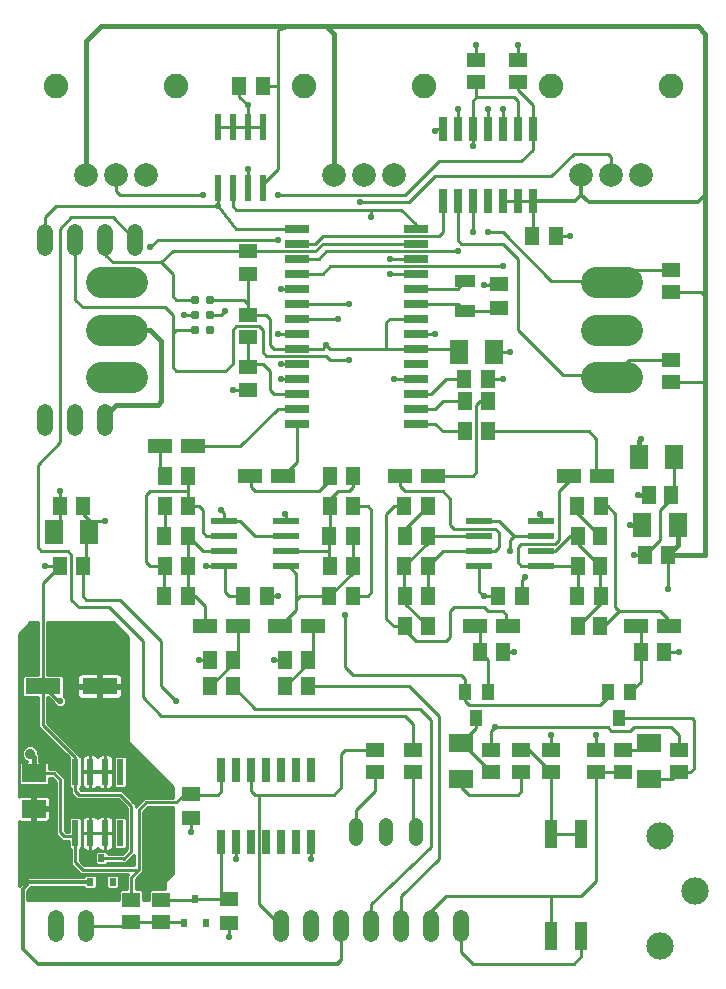
<source format=gtl>
G75*
%MOIN*%
%OFA0B0*%
%FSLAX25Y25*%
%IPPOS*%
%LPD*%
%AMOC8*
5,1,8,0,0,1.08239X$1,22.5*
%
%ADD10R,0.08000X0.02600*%
%ADD11R,0.05906X0.05118*%
%ADD12R,0.05118X0.06299*%
%ADD13R,0.06299X0.05118*%
%ADD14R,0.08661X0.02362*%
%ADD15R,0.05118X0.05906*%
%ADD16R,0.11811X0.05512*%
%ADD17C,0.10270*%
%ADD18C,0.09100*%
%ADD19R,0.05906X0.07874*%
%ADD20R,0.07874X0.05906*%
%ADD21R,0.07874X0.04724*%
%ADD22R,0.03937X0.05512*%
%ADD23R,0.02362X0.02756*%
%ADD24C,0.05400*%
%ADD25C,0.07874*%
%ADD26C,0.08189*%
%ADD27R,0.02362X0.08661*%
%ADD28C,0.03100*%
%ADD29R,0.07087X0.03937*%
%ADD30R,0.02600X0.08000*%
%ADD31R,0.04449X0.09606*%
%ADD32C,0.04600*%
%ADD33C,0.01000*%
%ADD34C,0.02181*%
%ADD35C,0.01600*%
%ADD36C,0.03543*%
%ADD37C,0.01200*%
D10*
X0098968Y0183500D03*
X0098968Y0188500D03*
X0098968Y0193500D03*
X0098968Y0198500D03*
X0098968Y0203500D03*
X0098968Y0208500D03*
X0098968Y0213500D03*
X0098968Y0218500D03*
X0098968Y0223500D03*
X0098968Y0228500D03*
X0098968Y0233500D03*
X0098968Y0238500D03*
X0098968Y0243500D03*
X0098968Y0248500D03*
X0138568Y0248500D03*
X0138568Y0243500D03*
X0138568Y0238500D03*
X0138568Y0233500D03*
X0138568Y0228500D03*
X0138568Y0223500D03*
X0138568Y0218500D03*
X0138568Y0213500D03*
X0138568Y0208500D03*
X0138568Y0203500D03*
X0138568Y0198500D03*
X0138568Y0193500D03*
X0138568Y0188500D03*
X0138568Y0183500D03*
D11*
X0082518Y0212260D03*
X0082518Y0219740D03*
X0082518Y0233510D03*
X0082518Y0240990D03*
X0158768Y0297260D03*
X0158768Y0304740D03*
X0172518Y0304740D03*
X0172518Y0297260D03*
X0223768Y0234740D03*
X0223768Y0227260D03*
X0223768Y0204740D03*
X0223768Y0197260D03*
X0226268Y0074740D03*
X0226268Y0067260D03*
X0207518Y0067260D03*
X0207518Y0074740D03*
X0198768Y0074740D03*
X0198768Y0067260D03*
X0183768Y0067260D03*
X0183768Y0074740D03*
X0173768Y0074740D03*
X0173768Y0067260D03*
X0163768Y0067260D03*
X0163768Y0074740D03*
X0137518Y0074740D03*
X0137518Y0067260D03*
X0125018Y0067260D03*
X0125018Y0074740D03*
X0053768Y0024740D03*
X0053768Y0017260D03*
X0043768Y0017260D03*
X0043768Y0024740D03*
D12*
X0054831Y0126000D03*
X0062705Y0126000D03*
X0062705Y0146000D03*
X0054831Y0146000D03*
X0081081Y0126000D03*
X0088955Y0126000D03*
X0109831Y0126000D03*
X0117705Y0126000D03*
X0134831Y0136000D03*
X0142705Y0136000D03*
X0142705Y0156000D03*
X0134831Y0156000D03*
X0117705Y0146000D03*
X0109831Y0146000D03*
X0154831Y0198500D03*
X0162705Y0198500D03*
X0192331Y0156000D03*
X0200205Y0156000D03*
X0200205Y0126000D03*
X0192331Y0126000D03*
X0173955Y0126000D03*
X0166081Y0126000D03*
X0177331Y0246000D03*
X0185205Y0246000D03*
X0087705Y0296000D03*
X0079831Y0296000D03*
D13*
X0082518Y0202437D03*
X0082518Y0194563D03*
X0166268Y0222063D03*
X0166268Y0229937D03*
X0063768Y0059937D03*
X0063768Y0052063D03*
X0076268Y0024937D03*
X0076268Y0017063D03*
D14*
X0074781Y0136000D03*
X0074781Y0141000D03*
X0074781Y0146000D03*
X0074781Y0151000D03*
X0095254Y0151000D03*
X0095254Y0146000D03*
X0095254Y0141000D03*
X0095254Y0136000D03*
X0159781Y0136000D03*
X0159781Y0141000D03*
X0159781Y0146000D03*
X0159781Y0151000D03*
X0180254Y0151000D03*
X0180254Y0146000D03*
X0180254Y0141000D03*
X0180254Y0136000D03*
D15*
X0192528Y0136000D03*
X0200008Y0136000D03*
X0200008Y0146000D03*
X0192528Y0146000D03*
X0215028Y0139750D03*
X0222508Y0139750D03*
X0223758Y0159750D03*
X0216278Y0159750D03*
X0200008Y0116000D03*
X0192528Y0116000D03*
X0213778Y0107250D03*
X0221258Y0107250D03*
X0167508Y0107250D03*
X0160028Y0107250D03*
X0142508Y0116000D03*
X0135028Y0116000D03*
X0135028Y0126000D03*
X0142508Y0126000D03*
X0142508Y0146000D03*
X0135028Y0146000D03*
X0117508Y0136000D03*
X0110028Y0136000D03*
X0110028Y0156000D03*
X0117508Y0156000D03*
X0117508Y0166000D03*
X0110028Y0166000D03*
X0155028Y0181000D03*
X0162508Y0181000D03*
X0162508Y0191000D03*
X0155028Y0191000D03*
X0102508Y0104750D03*
X0095028Y0104750D03*
X0095028Y0096000D03*
X0102508Y0096000D03*
X0077508Y0096000D03*
X0070028Y0096000D03*
X0070028Y0104750D03*
X0077508Y0104750D03*
X0062508Y0136000D03*
X0055028Y0136000D03*
X0055028Y0156000D03*
X0062508Y0156000D03*
X0062508Y0166000D03*
X0055028Y0166000D03*
X0027508Y0156000D03*
X0020028Y0156000D03*
X0020028Y0136000D03*
X0027508Y0136000D03*
D16*
X0033217Y0096000D03*
X0014319Y0096000D03*
D17*
X0033633Y0198950D02*
X0043903Y0198950D01*
X0043903Y0214750D02*
X0033633Y0214750D01*
X0033633Y0230550D02*
X0043903Y0230550D01*
X0198633Y0230550D02*
X0208903Y0230550D01*
X0208903Y0214750D02*
X0198633Y0214750D01*
X0198633Y0198950D02*
X0208903Y0198950D01*
D18*
X0220018Y0046000D03*
X0231818Y0027750D03*
X0220018Y0009500D03*
D19*
X0225923Y0149750D03*
X0214112Y0149750D03*
X0212862Y0172250D03*
X0224673Y0172250D03*
X0164673Y0207250D03*
X0152862Y0207250D03*
X0029673Y0147250D03*
X0017862Y0147250D03*
D20*
X0011268Y0066906D03*
X0011268Y0055094D03*
X0153768Y0065094D03*
X0153768Y0076906D03*
X0216268Y0076906D03*
X0216268Y0065094D03*
D21*
X0212006Y0116000D03*
X0223030Y0116000D03*
X0200530Y0166000D03*
X0189506Y0166000D03*
X0169280Y0116000D03*
X0158256Y0116000D03*
X0144280Y0166000D03*
X0133256Y0166000D03*
X0094280Y0166000D03*
X0083256Y0166000D03*
X0064280Y0176000D03*
X0053256Y0176000D03*
X0068256Y0116000D03*
X0079280Y0116000D03*
X0093256Y0116000D03*
X0104280Y0116000D03*
D22*
X0155028Y0094081D03*
X0162508Y0094081D03*
X0158768Y0085419D03*
X0202528Y0094081D03*
X0210008Y0094081D03*
X0206268Y0085419D03*
D23*
X0068758Y0017063D03*
X0065018Y0024937D03*
X0061278Y0017063D03*
X0037508Y0030813D03*
X0033768Y0038687D03*
X0030028Y0030813D03*
D24*
X0028768Y0018700D02*
X0028768Y0013300D01*
X0018768Y0013300D02*
X0018768Y0018700D01*
X0093768Y0018700D02*
X0093768Y0013300D01*
X0103768Y0013300D02*
X0103768Y0018700D01*
X0113768Y0018700D02*
X0113768Y0013300D01*
X0123768Y0013300D02*
X0123768Y0018700D01*
X0133768Y0018700D02*
X0133768Y0013300D01*
X0143768Y0013300D02*
X0143768Y0018700D01*
X0153768Y0018700D02*
X0153768Y0013300D01*
X0035018Y0182050D02*
X0035018Y0187450D01*
X0025018Y0187450D02*
X0025018Y0182050D01*
X0015018Y0182050D02*
X0015018Y0187450D01*
X0015018Y0242050D02*
X0015018Y0247450D01*
X0025018Y0247450D02*
X0025018Y0242050D01*
X0035018Y0242050D02*
X0035018Y0247450D01*
X0045018Y0247450D02*
X0045018Y0242050D01*
D25*
X0048768Y0266500D03*
X0038768Y0266500D03*
X0028768Y0266500D03*
X0111268Y0266500D03*
X0121268Y0266500D03*
X0131268Y0266500D03*
X0193768Y0266500D03*
X0203768Y0266500D03*
X0213768Y0266500D03*
D26*
X0223768Y0296000D03*
X0183768Y0296000D03*
X0141268Y0296000D03*
X0101268Y0296000D03*
X0058768Y0296000D03*
X0018768Y0296000D03*
D27*
X0072518Y0282486D03*
X0077518Y0282486D03*
X0082518Y0282486D03*
X0087518Y0282486D03*
X0087518Y0262014D03*
X0082518Y0262014D03*
X0077518Y0262014D03*
X0072518Y0262014D03*
X0040018Y0067486D03*
X0035018Y0067486D03*
X0030018Y0067486D03*
X0025018Y0067486D03*
X0025018Y0047014D03*
X0030018Y0047014D03*
X0035018Y0047014D03*
X0040018Y0047014D03*
D28*
X0065018Y0214750D03*
X0070018Y0214750D03*
X0070018Y0219750D03*
X0070018Y0224750D03*
X0065018Y0224750D03*
X0065018Y0219750D03*
D29*
X0155018Y0221079D03*
X0155018Y0230921D03*
D30*
X0157518Y0257650D03*
X0162518Y0257650D03*
X0167518Y0257650D03*
X0172518Y0257650D03*
X0177518Y0257650D03*
X0177518Y0281850D03*
X0172518Y0281850D03*
X0167518Y0281850D03*
X0162518Y0281850D03*
X0157518Y0281850D03*
X0152518Y0281850D03*
X0147518Y0281850D03*
X0147518Y0257650D03*
X0152518Y0257650D03*
X0103768Y0068100D03*
X0098768Y0068100D03*
X0093768Y0068100D03*
X0088768Y0068100D03*
X0083768Y0068100D03*
X0078768Y0068100D03*
X0073768Y0068100D03*
X0073768Y0043900D03*
X0078768Y0043900D03*
X0083768Y0043900D03*
X0088768Y0043900D03*
X0093768Y0043900D03*
X0098768Y0043900D03*
X0103768Y0043900D03*
D31*
X0183768Y0046679D03*
X0193768Y0046679D03*
X0193768Y0012821D03*
X0183768Y0012821D03*
D32*
X0138768Y0044950D02*
X0138768Y0049550D01*
X0128768Y0049550D02*
X0128768Y0044950D01*
X0118768Y0044950D02*
X0118768Y0049550D01*
D33*
X0118768Y0047250D02*
X0118768Y0054750D01*
X0125018Y0061000D01*
X0125018Y0067260D01*
X0125018Y0074740D02*
X0115008Y0074740D01*
X0113768Y0073500D01*
X0113768Y0062250D01*
X0111268Y0059750D01*
X0086268Y0059750D01*
X0086268Y0023500D01*
X0093768Y0016000D01*
X0076268Y0017063D02*
X0076268Y0012250D01*
X0076268Y0024937D02*
X0065018Y0024937D01*
X0065018Y0024740D01*
X0053768Y0024740D01*
X0055018Y0028299D02*
X0050401Y0028299D01*
X0049815Y0027713D01*
X0049815Y0024750D01*
X0047720Y0024750D01*
X0047720Y0027713D01*
X0047135Y0028299D01*
X0045268Y0028299D01*
X0045268Y0031629D01*
X0046889Y0033250D01*
X0047768Y0034129D01*
X0047768Y0054129D01*
X0049389Y0055750D01*
X0057518Y0055750D01*
X0057518Y0033500D01*
X0055018Y0031000D01*
X0055018Y0028299D01*
X0055018Y0028958D02*
X0045268Y0028958D01*
X0045268Y0029957D02*
X0055018Y0029957D01*
X0055018Y0030955D02*
X0045268Y0030955D01*
X0045593Y0031954D02*
X0055972Y0031954D01*
X0056970Y0032952D02*
X0046591Y0032952D01*
X0047590Y0033951D02*
X0057518Y0033951D01*
X0057518Y0034949D02*
X0047768Y0034949D01*
X0047768Y0035948D02*
X0057518Y0035948D01*
X0057518Y0036946D02*
X0047768Y0036946D01*
X0047768Y0037945D02*
X0057518Y0037945D01*
X0057518Y0038943D02*
X0047768Y0038943D01*
X0047768Y0039942D02*
X0057518Y0039942D01*
X0057518Y0040940D02*
X0047768Y0040940D01*
X0047768Y0041939D02*
X0057518Y0041939D01*
X0057518Y0042937D02*
X0047768Y0042937D01*
X0047768Y0043936D02*
X0057518Y0043936D01*
X0057518Y0044934D02*
X0047768Y0044934D01*
X0047768Y0045933D02*
X0057518Y0045933D01*
X0057518Y0046932D02*
X0047768Y0046932D01*
X0047768Y0047930D02*
X0057518Y0047930D01*
X0057518Y0048929D02*
X0047768Y0048929D01*
X0047768Y0049927D02*
X0057518Y0049927D01*
X0057518Y0050926D02*
X0047768Y0050926D01*
X0047768Y0051924D02*
X0057518Y0051924D01*
X0057518Y0052923D02*
X0047768Y0052923D01*
X0047768Y0053921D02*
X0057518Y0053921D01*
X0057518Y0054920D02*
X0048559Y0054920D01*
X0046268Y0054750D02*
X0048768Y0057250D01*
X0058768Y0057250D01*
X0061268Y0059750D01*
X0063955Y0059750D01*
X0063768Y0059937D01*
X0063955Y0059750D02*
X0072518Y0059750D01*
X0073768Y0061000D01*
X0073768Y0068100D01*
X0083768Y0068100D02*
X0083768Y0061000D01*
X0085018Y0059750D01*
X0086268Y0059750D01*
X0078768Y0043900D02*
X0078768Y0038500D01*
X0073768Y0043900D02*
X0073768Y0027437D01*
X0076268Y0024937D01*
X0061278Y0017260D02*
X0061278Y0017063D01*
X0061278Y0017260D02*
X0053768Y0017260D01*
X0043768Y0017260D01*
X0042508Y0016000D01*
X0028768Y0016000D01*
X0028432Y0028435D02*
X0031623Y0028435D01*
X0032209Y0029021D01*
X0032209Y0032605D01*
X0031623Y0033191D01*
X0028432Y0033191D01*
X0027846Y0032605D01*
X0027846Y0032413D01*
X0009168Y0032413D01*
X0006855Y0030100D01*
X0006268Y0029513D01*
X0006268Y0051083D01*
X0006410Y0050941D01*
X0006752Y0050744D01*
X0007133Y0050642D01*
X0010768Y0050642D01*
X0010768Y0054594D01*
X0011768Y0054594D01*
X0011768Y0050642D01*
X0015402Y0050642D01*
X0015784Y0050744D01*
X0016126Y0050941D01*
X0016405Y0051221D01*
X0016602Y0051563D01*
X0016705Y0051944D01*
X0016705Y0054595D01*
X0011768Y0054595D01*
X0011768Y0055594D01*
X0016705Y0055594D01*
X0016705Y0058245D01*
X0016602Y0058626D01*
X0016405Y0058968D01*
X0016126Y0059248D01*
X0015784Y0059445D01*
X0015402Y0059547D01*
X0011768Y0059547D01*
X0011768Y0055595D01*
X0010768Y0055595D01*
X0010768Y0059547D01*
X0007133Y0059547D01*
X0006752Y0059445D01*
X0006410Y0059248D01*
X0006268Y0059106D01*
X0006268Y0113500D01*
X0010018Y0117250D01*
X0012819Y0117250D01*
X0012819Y0099756D01*
X0007999Y0099756D01*
X0007413Y0099170D01*
X0007413Y0092830D01*
X0007999Y0092244D01*
X0012819Y0092244D01*
X0012819Y0082327D01*
X0022876Y0072270D01*
X0022837Y0072231D01*
X0022837Y0062741D01*
X0023422Y0062156D01*
X0023518Y0062156D01*
X0023518Y0060379D01*
X0024768Y0059129D01*
X0025646Y0058250D01*
X0039396Y0058250D01*
X0042268Y0055379D01*
X0042268Y0041621D01*
X0040833Y0040187D01*
X0035949Y0040187D01*
X0035949Y0040479D01*
X0035363Y0041065D01*
X0032172Y0041065D01*
X0031587Y0040479D01*
X0031587Y0036895D01*
X0032172Y0036309D01*
X0035363Y0036309D01*
X0035949Y0036895D01*
X0035949Y0037187D01*
X0040459Y0037187D01*
X0040646Y0037000D01*
X0041889Y0037000D01*
X0042768Y0037879D01*
X0044768Y0039879D01*
X0044768Y0036250D01*
X0028139Y0036250D01*
X0026518Y0037871D01*
X0026518Y0041683D01*
X0026613Y0041683D01*
X0027199Y0042269D01*
X0027199Y0051759D01*
X0026613Y0052344D01*
X0023422Y0052344D01*
X0022837Y0051759D01*
X0022837Y0047500D01*
X0021889Y0047500D01*
X0021518Y0047871D01*
X0021518Y0065371D01*
X0020639Y0066250D01*
X0018484Y0068405D01*
X0016205Y0068405D01*
X0016205Y0070272D01*
X0015619Y0070858D01*
X0013068Y0070858D01*
X0013068Y0072996D01*
X0012789Y0073274D01*
X0012789Y0074051D01*
X0012367Y0075070D01*
X0011588Y0075850D01*
X0010569Y0076272D01*
X0009466Y0076272D01*
X0008448Y0075850D01*
X0007668Y0075070D01*
X0007246Y0074051D01*
X0007246Y0072949D01*
X0007668Y0071930D01*
X0008448Y0071150D01*
X0009153Y0070858D01*
X0006916Y0070858D01*
X0006331Y0070272D01*
X0006331Y0063539D01*
X0006916Y0062953D01*
X0015619Y0062953D01*
X0016205Y0063539D01*
X0016205Y0065406D01*
X0017241Y0065406D01*
X0018518Y0064129D01*
X0018518Y0046629D01*
X0019768Y0045379D01*
X0020646Y0044500D01*
X0022837Y0044500D01*
X0022837Y0042269D01*
X0023422Y0041683D01*
X0023518Y0041683D01*
X0023518Y0036629D01*
X0026018Y0034129D01*
X0026896Y0033250D01*
X0042646Y0033250D01*
X0042268Y0032871D01*
X0042268Y0028299D01*
X0040401Y0028299D01*
X0039815Y0027713D01*
X0039815Y0024750D01*
X0009118Y0024750D01*
X0009118Y0027837D01*
X0010493Y0029213D01*
X0027846Y0029213D01*
X0027846Y0029021D01*
X0028432Y0028435D01*
X0027909Y0028958D02*
X0010239Y0028958D01*
X0009240Y0027960D02*
X0040061Y0027960D01*
X0039815Y0026961D02*
X0009118Y0026961D01*
X0009118Y0025963D02*
X0039815Y0025963D01*
X0039815Y0024964D02*
X0009118Y0024964D01*
X0006712Y0029957D02*
X0006268Y0029957D01*
X0006268Y0030955D02*
X0007710Y0030955D01*
X0008709Y0031954D02*
X0006268Y0031954D01*
X0006268Y0032952D02*
X0028194Y0032952D01*
X0027518Y0034750D02*
X0046268Y0034750D01*
X0046268Y0054750D01*
X0045268Y0055871D02*
X0045268Y0056621D01*
X0044389Y0057500D01*
X0040639Y0061250D01*
X0026889Y0061250D01*
X0026518Y0061621D01*
X0026518Y0062156D01*
X0026613Y0062156D01*
X0027199Y0062741D01*
X0027199Y0072231D01*
X0026613Y0072817D01*
X0026518Y0072817D01*
X0026518Y0072871D01*
X0025639Y0073750D01*
X0015819Y0083570D01*
X0015819Y0092244D01*
X0015953Y0092244D01*
X0017927Y0090270D01*
X0017927Y0090134D01*
X0019152Y0088909D01*
X0020884Y0088909D01*
X0022108Y0090134D01*
X0022108Y0091866D01*
X0021184Y0092790D01*
X0021224Y0092830D01*
X0021224Y0099170D01*
X0020639Y0099756D01*
X0015819Y0099756D01*
X0015819Y0117250D01*
X0037518Y0117250D01*
X0042518Y0112250D01*
X0042518Y0077250D01*
X0057518Y0062250D01*
X0057518Y0058750D01*
X0048146Y0058750D01*
X0045646Y0056250D01*
X0045268Y0055871D01*
X0045268Y0055918D02*
X0045315Y0055918D01*
X0044972Y0056917D02*
X0046313Y0056917D01*
X0047312Y0057915D02*
X0043974Y0057915D01*
X0042975Y0058914D02*
X0057518Y0058914D01*
X0057518Y0059912D02*
X0041977Y0059912D01*
X0040978Y0060911D02*
X0057518Y0060911D01*
X0057518Y0061909D02*
X0037040Y0061909D01*
X0037120Y0061955D02*
X0037399Y0062234D01*
X0037597Y0062577D01*
X0037699Y0062958D01*
X0037699Y0067396D01*
X0035108Y0067396D01*
X0035108Y0067577D01*
X0034927Y0067577D01*
X0034927Y0073317D01*
X0033639Y0073317D01*
X0033258Y0073215D01*
X0032916Y0073017D01*
X0032636Y0072738D01*
X0032518Y0072532D01*
X0032399Y0072738D01*
X0032120Y0073017D01*
X0031778Y0073215D01*
X0031396Y0073317D01*
X0030108Y0073317D01*
X0030108Y0067577D01*
X0029927Y0067577D01*
X0029927Y0073317D01*
X0028639Y0073317D01*
X0028258Y0073215D01*
X0027916Y0073017D01*
X0027636Y0072738D01*
X0027439Y0072396D01*
X0027337Y0072014D01*
X0027337Y0067577D01*
X0029927Y0067577D01*
X0029927Y0067396D01*
X0027337Y0067396D01*
X0027337Y0062958D01*
X0027439Y0062577D01*
X0027636Y0062234D01*
X0027916Y0061955D01*
X0028258Y0061758D01*
X0028639Y0061656D01*
X0029927Y0061656D01*
X0029927Y0067396D01*
X0030108Y0067396D01*
X0030108Y0061656D01*
X0031396Y0061656D01*
X0031778Y0061758D01*
X0032120Y0061955D01*
X0032399Y0062234D01*
X0032518Y0062440D01*
X0032636Y0062234D01*
X0032916Y0061955D01*
X0033258Y0061758D01*
X0033639Y0061656D01*
X0034927Y0061656D01*
X0034927Y0067396D01*
X0032337Y0067396D01*
X0030108Y0067396D01*
X0030108Y0067577D01*
X0034927Y0067577D01*
X0034927Y0067396D01*
X0035108Y0067396D01*
X0035108Y0061656D01*
X0036396Y0061656D01*
X0036778Y0061758D01*
X0037120Y0061955D01*
X0037837Y0062741D02*
X0038422Y0062156D01*
X0041613Y0062156D01*
X0042199Y0062741D01*
X0042199Y0072231D01*
X0041613Y0072817D01*
X0038422Y0072817D01*
X0037837Y0072231D01*
X0037837Y0062741D01*
X0037837Y0062908D02*
X0037685Y0062908D01*
X0037699Y0063906D02*
X0037837Y0063906D01*
X0037837Y0064905D02*
X0037699Y0064905D01*
X0037699Y0065903D02*
X0037837Y0065903D01*
X0037837Y0066902D02*
X0037699Y0066902D01*
X0037699Y0067577D02*
X0037699Y0072014D01*
X0037597Y0072396D01*
X0037399Y0072738D01*
X0037120Y0073017D01*
X0036778Y0073215D01*
X0036396Y0073317D01*
X0035108Y0073317D01*
X0035108Y0067577D01*
X0037699Y0067577D01*
X0037699Y0067900D02*
X0037837Y0067900D01*
X0037837Y0068899D02*
X0037699Y0068899D01*
X0037699Y0069897D02*
X0037837Y0069897D01*
X0037837Y0070896D02*
X0037699Y0070896D01*
X0037699Y0071894D02*
X0037837Y0071894D01*
X0037244Y0072893D02*
X0046875Y0072893D01*
X0045876Y0073891D02*
X0025498Y0073891D01*
X0026496Y0072893D02*
X0027791Y0072893D01*
X0027337Y0071894D02*
X0027199Y0071894D01*
X0027199Y0070896D02*
X0027337Y0070896D01*
X0027337Y0069897D02*
X0027199Y0069897D01*
X0027199Y0068899D02*
X0027337Y0068899D01*
X0027337Y0067900D02*
X0027199Y0067900D01*
X0027199Y0066902D02*
X0027337Y0066902D01*
X0027337Y0065903D02*
X0027199Y0065903D01*
X0027199Y0064905D02*
X0027337Y0064905D01*
X0027337Y0063906D02*
X0027199Y0063906D01*
X0027199Y0062908D02*
X0027350Y0062908D01*
X0027995Y0061909D02*
X0026518Y0061909D01*
X0025018Y0061000D02*
X0026268Y0059750D01*
X0040018Y0059750D01*
X0043768Y0056000D01*
X0043768Y0041000D01*
X0041268Y0038500D01*
X0041081Y0038687D01*
X0033768Y0038687D01*
X0031587Y0038943D02*
X0026518Y0038943D01*
X0026518Y0037945D02*
X0031587Y0037945D01*
X0031587Y0036946D02*
X0027443Y0036946D01*
X0027518Y0034750D02*
X0025018Y0037250D01*
X0025018Y0047014D01*
X0024004Y0046000D01*
X0021268Y0046000D01*
X0020018Y0047250D01*
X0020018Y0064750D01*
X0017862Y0066906D01*
X0011268Y0066906D01*
X0013068Y0070896D02*
X0022837Y0070896D01*
X0022837Y0071894D02*
X0013068Y0071894D01*
X0013068Y0072893D02*
X0022254Y0072893D01*
X0021255Y0073891D02*
X0012789Y0073891D01*
X0012442Y0074890D02*
X0020257Y0074890D01*
X0019258Y0075888D02*
X0011494Y0075888D01*
X0008541Y0075888D02*
X0006268Y0075888D01*
X0006268Y0074890D02*
X0007593Y0074890D01*
X0007246Y0073891D02*
X0006268Y0073891D01*
X0006268Y0072893D02*
X0007269Y0072893D01*
X0007704Y0071894D02*
X0006268Y0071894D01*
X0006268Y0070896D02*
X0009062Y0070896D01*
X0006331Y0069897D02*
X0006268Y0069897D01*
X0006268Y0068899D02*
X0006331Y0068899D01*
X0006331Y0067900D02*
X0006268Y0067900D01*
X0006268Y0066902D02*
X0006331Y0066902D01*
X0006331Y0065903D02*
X0006268Y0065903D01*
X0006268Y0064905D02*
X0006331Y0064905D01*
X0006331Y0063906D02*
X0006268Y0063906D01*
X0006268Y0062908D02*
X0018518Y0062908D01*
X0018518Y0063906D02*
X0016205Y0063906D01*
X0016205Y0064905D02*
X0017742Y0064905D01*
X0019987Y0066902D02*
X0022837Y0066902D01*
X0022837Y0067900D02*
X0018989Y0067900D01*
X0020986Y0065903D02*
X0022837Y0065903D01*
X0022837Y0064905D02*
X0021518Y0064905D01*
X0021518Y0063906D02*
X0022837Y0063906D01*
X0022837Y0062908D02*
X0021518Y0062908D01*
X0021518Y0061909D02*
X0023518Y0061909D01*
X0023518Y0060911D02*
X0021518Y0060911D01*
X0021518Y0059912D02*
X0023984Y0059912D01*
X0024983Y0058914D02*
X0021518Y0058914D01*
X0021518Y0057915D02*
X0039731Y0057915D01*
X0040730Y0056917D02*
X0021518Y0056917D01*
X0021518Y0055918D02*
X0041728Y0055918D01*
X0042268Y0054920D02*
X0021518Y0054920D01*
X0021518Y0053921D02*
X0042268Y0053921D01*
X0042268Y0052923D02*
X0021518Y0052923D01*
X0021518Y0051924D02*
X0023002Y0051924D01*
X0022837Y0050926D02*
X0021518Y0050926D01*
X0021518Y0049927D02*
X0022837Y0049927D01*
X0022837Y0048929D02*
X0021518Y0048929D01*
X0021518Y0047930D02*
X0022837Y0047930D01*
X0020212Y0044934D02*
X0006268Y0044934D01*
X0006268Y0043936D02*
X0022837Y0043936D01*
X0022837Y0042937D02*
X0006268Y0042937D01*
X0006268Y0041939D02*
X0023166Y0041939D01*
X0023518Y0040940D02*
X0006268Y0040940D01*
X0006268Y0039942D02*
X0023518Y0039942D01*
X0023518Y0038943D02*
X0006268Y0038943D01*
X0006268Y0037945D02*
X0023518Y0037945D01*
X0023518Y0036946D02*
X0006268Y0036946D01*
X0006268Y0035948D02*
X0024198Y0035948D01*
X0025197Y0034949D02*
X0006268Y0034949D01*
X0006268Y0033951D02*
X0026196Y0033951D01*
X0031861Y0032952D02*
X0035674Y0032952D01*
X0035913Y0033191D02*
X0035327Y0032605D01*
X0035327Y0029021D01*
X0035913Y0028435D01*
X0039103Y0028435D01*
X0039689Y0029021D01*
X0039689Y0032605D01*
X0039103Y0033191D01*
X0035913Y0033191D01*
X0035327Y0031954D02*
X0032209Y0031954D01*
X0032209Y0030955D02*
X0035327Y0030955D01*
X0035327Y0029957D02*
X0032209Y0029957D01*
X0032146Y0028958D02*
X0035389Y0028958D01*
X0039626Y0028958D02*
X0042268Y0028958D01*
X0042268Y0029957D02*
X0039689Y0029957D01*
X0039689Y0030955D02*
X0042268Y0030955D01*
X0042268Y0031954D02*
X0039689Y0031954D01*
X0039342Y0032952D02*
X0042349Y0032952D01*
X0043768Y0032250D02*
X0043768Y0024740D01*
X0047720Y0024964D02*
X0049815Y0024964D01*
X0049815Y0025963D02*
X0047720Y0025963D01*
X0047720Y0026961D02*
X0049815Y0026961D01*
X0050061Y0027960D02*
X0047474Y0027960D01*
X0043768Y0032250D02*
X0046268Y0034750D01*
X0044768Y0036946D02*
X0035949Y0036946D01*
X0035488Y0040940D02*
X0041587Y0040940D01*
X0041613Y0041683D02*
X0042199Y0042269D01*
X0042199Y0051759D01*
X0041613Y0052344D01*
X0038422Y0052344D01*
X0037837Y0051759D01*
X0037837Y0042269D01*
X0038422Y0041683D01*
X0041613Y0041683D01*
X0041869Y0041939D02*
X0042268Y0041939D01*
X0042268Y0042937D02*
X0042199Y0042937D01*
X0042199Y0043936D02*
X0042268Y0043936D01*
X0042268Y0044934D02*
X0042199Y0044934D01*
X0042199Y0045933D02*
X0042268Y0045933D01*
X0042268Y0046932D02*
X0042199Y0046932D01*
X0042199Y0047930D02*
X0042268Y0047930D01*
X0042268Y0048929D02*
X0042199Y0048929D01*
X0042199Y0049927D02*
X0042268Y0049927D01*
X0042268Y0050926D02*
X0042199Y0050926D01*
X0042268Y0051924D02*
X0042033Y0051924D01*
X0038002Y0051924D02*
X0037596Y0051924D01*
X0037597Y0051923D02*
X0037399Y0052266D01*
X0037120Y0052545D01*
X0036778Y0052742D01*
X0036396Y0052844D01*
X0035108Y0052844D01*
X0035108Y0047104D01*
X0037699Y0047104D01*
X0037699Y0051542D01*
X0037597Y0051923D01*
X0037699Y0050926D02*
X0037837Y0050926D01*
X0037837Y0049927D02*
X0037699Y0049927D01*
X0037699Y0048929D02*
X0037837Y0048929D01*
X0037837Y0047930D02*
X0037699Y0047930D01*
X0037699Y0046923D02*
X0035108Y0046923D01*
X0035108Y0041183D01*
X0036396Y0041183D01*
X0036778Y0041285D01*
X0037120Y0041483D01*
X0037399Y0041762D01*
X0037597Y0042104D01*
X0037699Y0042486D01*
X0037699Y0046923D01*
X0037837Y0046932D02*
X0035108Y0046932D01*
X0035108Y0046923D02*
X0035108Y0047104D01*
X0034927Y0047104D01*
X0034927Y0046923D01*
X0035108Y0046923D01*
X0034927Y0046923D02*
X0034927Y0041183D01*
X0033639Y0041183D01*
X0033258Y0041285D01*
X0032916Y0041483D01*
X0032636Y0041762D01*
X0032518Y0041967D01*
X0032399Y0041762D01*
X0032120Y0041483D01*
X0031778Y0041285D01*
X0031396Y0041183D01*
X0030108Y0041183D01*
X0030108Y0046923D01*
X0029927Y0046923D01*
X0029927Y0041183D01*
X0028639Y0041183D01*
X0028258Y0041285D01*
X0027916Y0041483D01*
X0027636Y0041762D01*
X0027439Y0042104D01*
X0027337Y0042486D01*
X0027337Y0046923D01*
X0029927Y0046923D01*
X0029927Y0047104D01*
X0027337Y0047104D01*
X0027337Y0051542D01*
X0027439Y0051923D01*
X0027636Y0052266D01*
X0027916Y0052545D01*
X0028258Y0052742D01*
X0028639Y0052844D01*
X0029927Y0052844D01*
X0029927Y0047104D01*
X0030108Y0047104D01*
X0034927Y0047104D01*
X0034927Y0052844D01*
X0033639Y0052844D01*
X0033258Y0052742D01*
X0032916Y0052545D01*
X0032636Y0052266D01*
X0032518Y0052060D01*
X0032399Y0052266D01*
X0032120Y0052545D01*
X0031778Y0052742D01*
X0031396Y0052844D01*
X0030108Y0052844D01*
X0030108Y0047104D01*
X0030108Y0046923D01*
X0032337Y0046923D01*
X0034927Y0046923D01*
X0034927Y0046932D02*
X0030108Y0046932D01*
X0029927Y0046932D02*
X0027199Y0046932D01*
X0027199Y0047930D02*
X0027337Y0047930D01*
X0027337Y0048929D02*
X0027199Y0048929D01*
X0027199Y0049927D02*
X0027337Y0049927D01*
X0027337Y0050926D02*
X0027199Y0050926D01*
X0027033Y0051924D02*
X0027439Y0051924D01*
X0029927Y0051924D02*
X0030108Y0051924D01*
X0030108Y0050926D02*
X0029927Y0050926D01*
X0029927Y0049927D02*
X0030108Y0049927D01*
X0030108Y0048929D02*
X0029927Y0048929D01*
X0029927Y0047930D02*
X0030108Y0047930D01*
X0030108Y0045933D02*
X0029927Y0045933D01*
X0029927Y0044934D02*
X0030108Y0044934D01*
X0030108Y0043936D02*
X0029927Y0043936D01*
X0029927Y0042937D02*
X0030108Y0042937D01*
X0030108Y0041939D02*
X0029927Y0041939D01*
X0032048Y0040940D02*
X0026518Y0040940D01*
X0026518Y0039942D02*
X0031587Y0039942D01*
X0032501Y0041939D02*
X0032534Y0041939D01*
X0034927Y0041939D02*
X0035108Y0041939D01*
X0035108Y0042937D02*
X0034927Y0042937D01*
X0034927Y0043936D02*
X0035108Y0043936D01*
X0035108Y0044934D02*
X0034927Y0044934D01*
X0034927Y0045933D02*
X0035108Y0045933D01*
X0035108Y0047930D02*
X0034927Y0047930D01*
X0034927Y0048929D02*
X0035108Y0048929D01*
X0035108Y0049927D02*
X0034927Y0049927D01*
X0034927Y0050926D02*
X0035108Y0050926D01*
X0035108Y0051924D02*
X0034927Y0051924D01*
X0037699Y0045933D02*
X0037837Y0045933D01*
X0037837Y0044934D02*
X0037699Y0044934D01*
X0037699Y0043936D02*
X0037837Y0043936D01*
X0037837Y0042937D02*
X0037699Y0042937D01*
X0037501Y0041939D02*
X0038166Y0041939D01*
X0042834Y0037945D02*
X0044768Y0037945D01*
X0044768Y0038943D02*
X0043832Y0038943D01*
X0027534Y0041939D02*
X0026869Y0041939D01*
X0027199Y0042937D02*
X0027337Y0042937D01*
X0027337Y0043936D02*
X0027199Y0043936D01*
X0027199Y0044934D02*
X0027337Y0044934D01*
X0027337Y0045933D02*
X0027199Y0045933D01*
X0019213Y0045933D02*
X0006268Y0045933D01*
X0006268Y0046932D02*
X0018518Y0046932D01*
X0018518Y0047930D02*
X0006268Y0047930D01*
X0006268Y0048929D02*
X0018518Y0048929D01*
X0018518Y0049927D02*
X0006268Y0049927D01*
X0006268Y0050926D02*
X0006437Y0050926D01*
X0010768Y0050926D02*
X0011768Y0050926D01*
X0011768Y0051924D02*
X0010768Y0051924D01*
X0010768Y0052923D02*
X0011768Y0052923D01*
X0011768Y0053921D02*
X0010768Y0053921D01*
X0011768Y0054920D02*
X0018518Y0054920D01*
X0018518Y0055918D02*
X0016705Y0055918D01*
X0016705Y0056917D02*
X0018518Y0056917D01*
X0018518Y0057915D02*
X0016705Y0057915D01*
X0016437Y0058914D02*
X0018518Y0058914D01*
X0018518Y0059912D02*
X0006268Y0059912D01*
X0006268Y0060911D02*
X0018518Y0060911D01*
X0018518Y0061909D02*
X0006268Y0061909D01*
X0010768Y0058914D02*
X0011768Y0058914D01*
X0011768Y0057915D02*
X0010768Y0057915D01*
X0010768Y0056917D02*
X0011768Y0056917D01*
X0011768Y0055918D02*
X0010768Y0055918D01*
X0016705Y0053921D02*
X0018518Y0053921D01*
X0018518Y0052923D02*
X0016705Y0052923D01*
X0016699Y0051924D02*
X0018518Y0051924D01*
X0018518Y0050926D02*
X0016098Y0050926D01*
X0025018Y0061000D02*
X0025018Y0067486D01*
X0025018Y0072250D01*
X0014319Y0082949D01*
X0014319Y0096000D01*
X0019319Y0091000D01*
X0020018Y0091000D01*
X0022108Y0090866D02*
X0042518Y0090866D01*
X0042518Y0089868D02*
X0021842Y0089868D01*
X0022108Y0091865D02*
X0026700Y0091865D01*
X0026732Y0091846D02*
X0027114Y0091744D01*
X0032717Y0091744D01*
X0032717Y0095500D01*
X0033716Y0095500D01*
X0033716Y0091744D01*
X0039320Y0091744D01*
X0039701Y0091846D01*
X0040043Y0092044D01*
X0040322Y0092323D01*
X0040520Y0092665D01*
X0040622Y0093047D01*
X0040622Y0095500D01*
X0033717Y0095500D01*
X0033717Y0096500D01*
X0040622Y0096500D01*
X0040622Y0098953D01*
X0040520Y0099335D01*
X0040322Y0099677D01*
X0040043Y0099956D01*
X0039701Y0100154D01*
X0039320Y0100256D01*
X0033716Y0100256D01*
X0033716Y0096500D01*
X0032717Y0096500D01*
X0032717Y0100256D01*
X0027114Y0100256D01*
X0026732Y0100154D01*
X0026390Y0099956D01*
X0026111Y0099677D01*
X0025913Y0099335D01*
X0025811Y0098953D01*
X0025811Y0096500D01*
X0032716Y0096500D01*
X0032716Y0095500D01*
X0025811Y0095500D01*
X0025811Y0093047D01*
X0025913Y0092665D01*
X0026111Y0092323D01*
X0026390Y0092044D01*
X0026732Y0091846D01*
X0025860Y0092863D02*
X0021224Y0092863D01*
X0021224Y0093862D02*
X0025811Y0093862D01*
X0025811Y0094860D02*
X0021224Y0094860D01*
X0021224Y0095859D02*
X0032716Y0095859D01*
X0032717Y0096857D02*
X0033716Y0096857D01*
X0033717Y0095859D02*
X0042518Y0095859D01*
X0042518Y0096857D02*
X0040622Y0096857D01*
X0040622Y0097856D02*
X0042518Y0097856D01*
X0042518Y0098854D02*
X0040622Y0098854D01*
X0040147Y0099853D02*
X0042518Y0099853D01*
X0042518Y0100851D02*
X0015819Y0100851D01*
X0015819Y0099853D02*
X0026286Y0099853D01*
X0025811Y0098854D02*
X0021224Y0098854D01*
X0021224Y0097856D02*
X0025811Y0097856D01*
X0025811Y0096857D02*
X0021224Y0096857D01*
X0016333Y0091865D02*
X0015819Y0091865D01*
X0015819Y0090866D02*
X0017332Y0090866D01*
X0018194Y0089868D02*
X0015819Y0089868D01*
X0015819Y0088869D02*
X0042518Y0088869D01*
X0042518Y0087870D02*
X0015819Y0087870D01*
X0015819Y0086872D02*
X0042518Y0086872D01*
X0042518Y0085873D02*
X0015819Y0085873D01*
X0015819Y0084875D02*
X0042518Y0084875D01*
X0042518Y0083876D02*
X0015819Y0083876D01*
X0016511Y0082878D02*
X0042518Y0082878D01*
X0042518Y0081879D02*
X0017510Y0081879D01*
X0018508Y0080881D02*
X0042518Y0080881D01*
X0042518Y0079882D02*
X0019507Y0079882D01*
X0020505Y0078884D02*
X0042518Y0078884D01*
X0042518Y0077885D02*
X0021504Y0077885D01*
X0022502Y0076887D02*
X0042881Y0076887D01*
X0043879Y0075888D02*
X0023501Y0075888D01*
X0024499Y0074890D02*
X0044878Y0074890D01*
X0042199Y0071894D02*
X0047873Y0071894D01*
X0048872Y0070896D02*
X0042199Y0070896D01*
X0042199Y0069897D02*
X0049870Y0069897D01*
X0050869Y0068899D02*
X0042199Y0068899D01*
X0042199Y0067900D02*
X0051867Y0067900D01*
X0052866Y0066902D02*
X0042199Y0066902D01*
X0042199Y0065903D02*
X0053864Y0065903D01*
X0054863Y0064905D02*
X0042199Y0064905D01*
X0042199Y0063906D02*
X0055862Y0063906D01*
X0056860Y0062908D02*
X0042199Y0062908D01*
X0035108Y0062908D02*
X0034927Y0062908D01*
X0034927Y0063906D02*
X0035108Y0063906D01*
X0035108Y0064905D02*
X0034927Y0064905D01*
X0034927Y0065903D02*
X0035108Y0065903D01*
X0035108Y0066902D02*
X0034927Y0066902D01*
X0034927Y0067900D02*
X0035108Y0067900D01*
X0035108Y0068899D02*
X0034927Y0068899D01*
X0034927Y0069897D02*
X0035108Y0069897D01*
X0035108Y0070896D02*
X0034927Y0070896D01*
X0034927Y0071894D02*
X0035108Y0071894D01*
X0035108Y0072893D02*
X0034927Y0072893D01*
X0032791Y0072893D02*
X0032244Y0072893D01*
X0030108Y0072893D02*
X0029927Y0072893D01*
X0029927Y0071894D02*
X0030108Y0071894D01*
X0030108Y0070896D02*
X0029927Y0070896D01*
X0029927Y0069897D02*
X0030108Y0069897D01*
X0030108Y0068899D02*
X0029927Y0068899D01*
X0029927Y0067900D02*
X0030108Y0067900D01*
X0030108Y0066902D02*
X0029927Y0066902D01*
X0029927Y0065903D02*
X0030108Y0065903D01*
X0030108Y0064905D02*
X0029927Y0064905D01*
X0029927Y0063906D02*
X0030108Y0063906D01*
X0030108Y0062908D02*
X0029927Y0062908D01*
X0029927Y0061909D02*
X0030108Y0061909D01*
X0032040Y0061909D02*
X0032995Y0061909D01*
X0034927Y0061909D02*
X0035108Y0061909D01*
X0022837Y0068899D02*
X0016205Y0068899D01*
X0016205Y0069897D02*
X0022837Y0069897D01*
X0018260Y0076887D02*
X0006268Y0076887D01*
X0006268Y0077885D02*
X0017261Y0077885D01*
X0016262Y0078884D02*
X0006268Y0078884D01*
X0006268Y0079882D02*
X0015264Y0079882D01*
X0014265Y0080881D02*
X0006268Y0080881D01*
X0006268Y0081879D02*
X0013267Y0081879D01*
X0012819Y0082878D02*
X0006268Y0082878D01*
X0006268Y0083876D02*
X0012819Y0083876D01*
X0012819Y0084875D02*
X0006268Y0084875D01*
X0006268Y0085873D02*
X0012819Y0085873D01*
X0012819Y0086872D02*
X0006268Y0086872D01*
X0006268Y0087870D02*
X0012819Y0087870D01*
X0012819Y0088869D02*
X0006268Y0088869D01*
X0006268Y0089868D02*
X0012819Y0089868D01*
X0012819Y0090866D02*
X0006268Y0090866D01*
X0006268Y0091865D02*
X0012819Y0091865D01*
X0014319Y0096000D02*
X0014319Y0130291D01*
X0020028Y0136000D01*
X0015018Y0136000D01*
X0017862Y0133835D02*
X0020028Y0136000D01*
X0023768Y0139750D02*
X0022518Y0141000D01*
X0013768Y0141000D01*
X0012518Y0142250D01*
X0012518Y0169750D01*
X0020018Y0177250D01*
X0020018Y0248500D01*
X0023768Y0252250D01*
X0037518Y0252250D01*
X0045018Y0244750D01*
X0050018Y0242250D02*
X0052518Y0244750D01*
X0092518Y0244750D01*
X0098968Y0243500D02*
X0105018Y0243500D01*
X0107518Y0246000D01*
X0146268Y0246000D01*
X0147518Y0247250D01*
X0147518Y0257650D01*
X0152518Y0257650D02*
X0152518Y0244750D01*
X0153768Y0243500D01*
X0167518Y0243500D01*
X0172518Y0238500D01*
X0172518Y0214750D01*
X0187518Y0199750D01*
X0202968Y0199750D01*
X0203768Y0198950D01*
X0209558Y0204740D01*
X0223768Y0204740D01*
X0223768Y0197260D02*
X0235008Y0197260D01*
X0235018Y0197250D01*
X0224673Y0172250D02*
X0224673Y0160665D01*
X0223758Y0159750D01*
X0223758Y0158490D01*
X0220018Y0154750D01*
X0220018Y0144740D01*
X0215028Y0139750D01*
X0211268Y0139750D01*
X0200008Y0136000D02*
X0200008Y0126197D01*
X0200205Y0126000D01*
X0200205Y0123677D01*
X0192528Y0116000D01*
X0200008Y0116000D02*
X0201268Y0116000D01*
X0206268Y0121000D01*
X0205018Y0122250D01*
X0205018Y0153500D01*
X0202518Y0156000D01*
X0200205Y0156000D01*
X0192331Y0156000D02*
X0192331Y0153677D01*
X0200008Y0146000D01*
X0192528Y0146000D02*
X0192528Y0143480D01*
X0200008Y0136000D01*
X0192528Y0136000D02*
X0192528Y0126197D01*
X0192331Y0126000D01*
X0192528Y0136000D02*
X0180254Y0136000D01*
X0173768Y0136000D01*
X0172518Y0137250D01*
X0172518Y0142250D01*
X0173768Y0143500D01*
X0185018Y0143500D01*
X0186268Y0144750D01*
X0186268Y0161000D01*
X0189506Y0164238D01*
X0189506Y0166000D01*
X0198768Y0166512D02*
X0198768Y0178500D01*
X0196268Y0181000D01*
X0162508Y0181000D01*
X0158768Y0189750D02*
X0158768Y0167250D01*
X0157518Y0166000D01*
X0144280Y0166000D01*
X0147518Y0161000D02*
X0150018Y0158500D01*
X0150018Y0149750D01*
X0151268Y0148500D01*
X0165018Y0148500D01*
X0166268Y0147250D01*
X0166268Y0142250D01*
X0165018Y0141000D01*
X0159781Y0141000D01*
X0147705Y0141000D01*
X0142705Y0136000D01*
X0142508Y0135803D01*
X0142508Y0126000D01*
X0135028Y0126000D02*
X0135028Y0123480D01*
X0142508Y0116000D01*
X0138768Y0111000D02*
X0148768Y0111000D01*
X0150018Y0112250D01*
X0150018Y0121000D01*
X0151268Y0122250D01*
X0161268Y0122250D01*
X0162518Y0121000D01*
X0167518Y0121000D01*
X0168768Y0119750D01*
X0168768Y0116512D01*
X0169280Y0116000D01*
X0167508Y0107250D02*
X0171268Y0107250D01*
X0162508Y0104770D02*
X0160028Y0107250D01*
X0160028Y0114228D01*
X0158256Y0116000D01*
X0162508Y0104770D02*
X0162508Y0094081D01*
X0155028Y0094081D02*
X0155028Y0098490D01*
X0153768Y0099750D01*
X0117518Y0099750D01*
X0115018Y0102250D01*
X0115018Y0119750D01*
X0117705Y0126000D02*
X0122518Y0126000D01*
X0123768Y0127250D01*
X0123768Y0154750D01*
X0122518Y0156000D01*
X0117508Y0156000D01*
X0116268Y0161000D02*
X0112518Y0161000D01*
X0110028Y0158510D01*
X0110028Y0156000D01*
X0110028Y0146197D01*
X0109831Y0146000D01*
X0109831Y0141000D01*
X0095254Y0141000D01*
X0095254Y0136000D02*
X0096268Y0136000D01*
X0098768Y0133500D01*
X0098768Y0124750D01*
X0100018Y0126000D01*
X0109831Y0126000D01*
X0117508Y0133677D01*
X0117508Y0136000D01*
X0117705Y0136197D01*
X0117705Y0146000D01*
X0109831Y0141000D02*
X0109831Y0136197D01*
X0110028Y0136000D01*
X0098768Y0124750D02*
X0098768Y0121512D01*
X0093256Y0116000D01*
X0095028Y0104750D02*
X0091268Y0104750D01*
X0095028Y0096000D02*
X0102508Y0103480D01*
X0102508Y0104750D01*
X0104280Y0106522D01*
X0104280Y0116000D01*
X0092518Y0126000D02*
X0088955Y0126000D01*
X0081081Y0126000D02*
X0076268Y0126000D01*
X0075018Y0127250D01*
X0075018Y0135764D01*
X0074781Y0136000D01*
X0068768Y0136000D01*
X0067705Y0141000D02*
X0062705Y0146000D01*
X0062705Y0136197D01*
X0062508Y0136000D01*
X0062508Y0126197D01*
X0062705Y0126000D01*
X0065018Y0126000D01*
X0068256Y0122762D01*
X0068256Y0116000D01*
X0070028Y0104750D02*
X0066268Y0104750D01*
X0070028Y0096000D02*
X0077508Y0103480D01*
X0077508Y0104750D01*
X0079280Y0106522D01*
X0079280Y0116000D01*
X0077508Y0096000D02*
X0085008Y0088500D01*
X0140018Y0088500D01*
X0143768Y0084750D01*
X0143768Y0042250D01*
X0123768Y0023500D01*
X0123768Y0016000D01*
X0133768Y0016000D02*
X0133768Y0026000D01*
X0146268Y0038500D01*
X0146268Y0086000D01*
X0136268Y0096000D01*
X0102508Y0096000D01*
X0122518Y0086000D02*
X0123768Y0086000D01*
X0135018Y0086000D01*
X0137518Y0083500D01*
X0137518Y0074740D01*
X0137518Y0067260D02*
X0137518Y0048500D01*
X0138768Y0047250D01*
X0153768Y0062250D02*
X0156268Y0059750D01*
X0172518Y0059750D01*
X0173768Y0061000D01*
X0173768Y0067260D01*
X0173768Y0074740D02*
X0176287Y0074740D01*
X0183768Y0067260D01*
X0183768Y0046679D01*
X0193768Y0046679D01*
X0198768Y0031000D02*
X0193768Y0026000D01*
X0183768Y0026000D01*
X0183768Y0012821D01*
X0191268Y0003500D02*
X0193768Y0006000D01*
X0193768Y0012821D01*
X0191268Y0003500D02*
X0157518Y0003500D01*
X0153768Y0007250D01*
X0153768Y0016000D01*
X0143768Y0016000D02*
X0143768Y0021000D01*
X0148768Y0026000D01*
X0183768Y0026000D01*
X0198768Y0031000D02*
X0198768Y0067260D01*
X0207518Y0067260D01*
X0207518Y0074740D02*
X0214102Y0074740D01*
X0216268Y0076906D01*
X0211268Y0082250D02*
X0210018Y0081000D01*
X0203768Y0081000D01*
X0202518Y0082250D01*
X0165018Y0082250D01*
X0163768Y0081000D01*
X0163768Y0074740D01*
X0158768Y0081906D02*
X0153768Y0076906D01*
X0154122Y0076906D01*
X0163768Y0067260D01*
X0153768Y0065094D02*
X0153768Y0062250D01*
X0158768Y0081906D02*
X0158768Y0085419D01*
X0156268Y0089750D02*
X0155018Y0091000D01*
X0155018Y0094071D01*
X0155028Y0094081D01*
X0156268Y0089750D02*
X0200018Y0089750D01*
X0202528Y0092260D01*
X0202528Y0094081D01*
X0210008Y0094081D02*
X0213758Y0097230D01*
X0213778Y0107250D01*
X0213778Y0115478D01*
X0212006Y0116000D01*
X0206268Y0121000D02*
X0220018Y0121000D01*
X0222518Y0118500D01*
X0222518Y0116512D01*
X0223030Y0116000D01*
X0221258Y0107250D02*
X0226268Y0107250D01*
X0222518Y0128500D02*
X0222518Y0139740D01*
X0222508Y0139750D01*
X0200530Y0166000D02*
X0198768Y0166512D01*
X0192528Y0146000D02*
X0190018Y0146000D01*
X0185018Y0141000D01*
X0180254Y0141000D01*
X0180254Y0146000D02*
X0171268Y0146000D01*
X0170018Y0144750D01*
X0170018Y0141000D01*
X0171268Y0146000D02*
X0166268Y0151000D01*
X0159781Y0151000D01*
X0159781Y0146000D02*
X0142508Y0146000D01*
X0142508Y0143677D01*
X0134831Y0136000D01*
X0134831Y0126197D01*
X0135028Y0126000D01*
X0128768Y0118500D02*
X0131268Y0116000D01*
X0135028Y0116000D01*
X0135028Y0114740D01*
X0138768Y0111000D01*
X0128768Y0118500D02*
X0128768Y0153500D01*
X0131268Y0156000D01*
X0134831Y0156000D01*
X0135018Y0161000D02*
X0147518Y0161000D01*
X0142705Y0156000D02*
X0135028Y0148323D01*
X0135028Y0146000D01*
X0135018Y0161000D02*
X0133256Y0162762D01*
X0133256Y0166000D01*
X0138568Y0183500D02*
X0145018Y0183500D01*
X0147518Y0181000D01*
X0155028Y0181000D01*
X0158768Y0189750D02*
X0160018Y0191000D01*
X0162508Y0191000D01*
X0162705Y0198500D02*
X0167518Y0198500D01*
X0170018Y0207250D02*
X0164673Y0207250D01*
X0154831Y0198500D02*
X0148768Y0198500D01*
X0143768Y0193500D01*
X0138568Y0193500D01*
X0138568Y0198500D02*
X0131268Y0198500D01*
X0128768Y0208500D02*
X0128768Y0217250D01*
X0130018Y0218500D01*
X0138568Y0218500D01*
X0138568Y0213500D02*
X0145018Y0213500D01*
X0138568Y0208500D02*
X0151612Y0208500D01*
X0152862Y0207250D01*
X0155018Y0221079D02*
X0165283Y0221079D01*
X0166268Y0222063D01*
X0166268Y0229937D02*
X0164831Y0229937D01*
X0161268Y0229750D01*
X0155018Y0230921D02*
X0152596Y0228500D01*
X0138568Y0228500D01*
X0138568Y0223500D02*
X0152596Y0223500D01*
X0155018Y0221079D01*
X0167518Y0236000D02*
X0110018Y0236000D01*
X0107518Y0233500D01*
X0098968Y0233500D01*
X0098968Y0238500D02*
X0106268Y0238500D01*
X0108768Y0241000D01*
X0152518Y0241000D01*
X0157518Y0247250D02*
X0157518Y0257650D01*
X0162518Y0247250D02*
X0167518Y0247250D01*
X0183768Y0231000D01*
X0203768Y0231000D01*
X0203768Y0230550D01*
X0207958Y0234740D01*
X0223768Y0234740D01*
X0223768Y0227260D02*
X0233758Y0227260D01*
X0235018Y0226000D01*
X0203768Y0266500D02*
X0203768Y0272250D01*
X0202518Y0273500D01*
X0191268Y0273500D01*
X0183768Y0266000D01*
X0145018Y0266000D01*
X0136268Y0257250D01*
X0120018Y0257250D01*
X0123768Y0254750D02*
X0123768Y0252250D01*
X0123768Y0254750D02*
X0078768Y0254750D01*
X0077518Y0256000D01*
X0077518Y0262014D01*
X0082518Y0262014D02*
X0082518Y0268500D01*
X0087518Y0263500D02*
X0092518Y0268500D01*
X0092518Y0296000D01*
X0087705Y0296000D01*
X0092518Y0296000D02*
X0092518Y0314750D01*
X0096268Y0316000D01*
X0079831Y0296000D02*
X0079831Y0292437D01*
X0082518Y0289750D01*
X0082518Y0282486D01*
X0077518Y0282486D01*
X0072518Y0282486D01*
X0082518Y0282486D02*
X0087518Y0282486D01*
X0087518Y0263500D02*
X0087518Y0262014D01*
X0092518Y0259750D02*
X0135018Y0259750D01*
X0146268Y0271000D01*
X0173768Y0271000D01*
X0177518Y0274750D01*
X0177518Y0281850D01*
X0177518Y0289750D01*
X0172518Y0294750D01*
X0172518Y0297260D01*
X0171268Y0292250D02*
X0158768Y0292250D01*
X0158768Y0297260D01*
X0158768Y0292250D02*
X0157518Y0291000D01*
X0157518Y0281850D01*
X0157518Y0276000D01*
X0162518Y0281850D02*
X0162518Y0288500D01*
X0167518Y0288500D02*
X0167518Y0281850D01*
X0172518Y0281850D02*
X0172518Y0291000D01*
X0171268Y0292250D01*
X0172518Y0304740D02*
X0172518Y0309750D01*
X0158768Y0309750D02*
X0158768Y0304740D01*
X0152518Y0288500D02*
X0152518Y0281850D01*
X0147518Y0281850D02*
X0145868Y0281850D01*
X0145018Y0281000D01*
X0133768Y0254750D02*
X0123768Y0254750D01*
X0133768Y0254750D02*
X0138568Y0249950D01*
X0138568Y0248500D01*
X0138568Y0243500D02*
X0107518Y0243500D01*
X0105018Y0241000D01*
X0082528Y0241000D01*
X0082518Y0240990D01*
X0083758Y0240990D01*
X0083768Y0241000D01*
X0082518Y0240990D02*
X0057528Y0240990D01*
X0057508Y0240990D01*
X0053768Y0237250D01*
X0057518Y0233500D01*
X0057518Y0226000D01*
X0058768Y0224750D01*
X0065018Y0224750D01*
X0065018Y0219750D02*
X0061268Y0219750D01*
X0057518Y0219750D02*
X0057518Y0213500D01*
X0058768Y0214750D01*
X0065018Y0214750D01*
X0070018Y0219750D02*
X0073768Y0219750D01*
X0075018Y0221000D01*
X0078768Y0216000D02*
X0077518Y0214750D01*
X0077518Y0203500D01*
X0075018Y0201000D01*
X0058768Y0201000D01*
X0057518Y0202250D01*
X0057518Y0213500D01*
X0057518Y0219750D02*
X0055018Y0222250D01*
X0027518Y0222250D01*
X0025018Y0224750D01*
X0025018Y0244750D01*
X0035018Y0244750D02*
X0035018Y0239750D01*
X0037518Y0237250D01*
X0053768Y0237250D01*
X0057528Y0240990D02*
X0057518Y0241000D01*
X0070018Y0224750D02*
X0081268Y0224750D01*
X0082518Y0223500D01*
X0082518Y0233510D01*
X0082518Y0223500D02*
X0082518Y0219740D01*
X0088778Y0219740D01*
X0090018Y0218500D01*
X0090018Y0209750D01*
X0091268Y0208500D01*
X0098968Y0208500D01*
X0107518Y0208500D01*
X0108768Y0209750D01*
X0110018Y0208500D01*
X0128768Y0208500D01*
X0138568Y0208500D01*
X0147518Y0191000D02*
X0155028Y0191000D01*
X0147518Y0191000D02*
X0145018Y0188500D01*
X0138568Y0188500D01*
X0116268Y0204750D02*
X0110018Y0204750D01*
X0108768Y0206000D01*
X0088768Y0206000D01*
X0087518Y0207250D01*
X0087518Y0214750D01*
X0086268Y0216000D01*
X0078768Y0216000D01*
X0082518Y0212260D02*
X0082518Y0202437D01*
X0082705Y0203500D01*
X0087518Y0203500D01*
X0090018Y0201000D01*
X0090018Y0194750D01*
X0091268Y0193500D01*
X0098968Y0193500D01*
X0098968Y0198500D02*
X0093768Y0198500D01*
X0093768Y0203500D02*
X0098968Y0203500D01*
X0098968Y0213500D02*
X0092518Y0213500D01*
X0098968Y0218500D02*
X0112518Y0218500D01*
X0116268Y0223500D02*
X0098968Y0223500D01*
X0098968Y0228500D02*
X0093768Y0228500D01*
X0098968Y0248500D02*
X0078768Y0248500D01*
X0072518Y0256000D01*
X0018768Y0256000D01*
X0015018Y0252250D01*
X0015018Y0244750D01*
X0038768Y0261000D02*
X0040018Y0259750D01*
X0067518Y0259750D01*
X0072518Y0262014D02*
X0072518Y0256000D01*
X0038768Y0261000D02*
X0038768Y0266500D01*
X0077518Y0194750D02*
X0080205Y0194563D01*
X0082518Y0194563D01*
X0092518Y0188500D02*
X0080018Y0176000D01*
X0064280Y0176000D01*
X0062508Y0166000D02*
X0062508Y0161000D01*
X0050018Y0161000D01*
X0048768Y0159750D01*
X0048768Y0137250D01*
X0050018Y0136000D01*
X0055028Y0136000D01*
X0054831Y0135803D01*
X0054831Y0126000D01*
X0040018Y0124750D02*
X0053768Y0111000D01*
X0053768Y0096000D01*
X0058768Y0091000D01*
X0053768Y0086000D02*
X0047518Y0092250D01*
X0047518Y0111000D01*
X0036268Y0122250D01*
X0026268Y0122250D01*
X0023768Y0124750D01*
X0023768Y0139750D01*
X0027508Y0136000D02*
X0028768Y0136000D01*
X0028768Y0145094D01*
X0029673Y0147250D01*
X0029673Y0150656D01*
X0030018Y0151000D01*
X0035018Y0151000D01*
X0030018Y0151000D02*
X0027508Y0153510D01*
X0027508Y0156000D01*
X0020028Y0156000D02*
X0020028Y0160990D01*
X0020018Y0161000D01*
X0020028Y0156000D02*
X0020018Y0155990D01*
X0020018Y0147250D01*
X0018768Y0146000D01*
X0017862Y0147250D01*
X0027862Y0145646D02*
X0029673Y0147250D01*
X0027508Y0136000D02*
X0027518Y0135990D01*
X0027518Y0126000D01*
X0028768Y0124750D01*
X0040018Y0124750D01*
X0037940Y0116827D02*
X0015819Y0116827D01*
X0015819Y0115829D02*
X0038939Y0115829D01*
X0039937Y0114830D02*
X0015819Y0114830D01*
X0015819Y0113832D02*
X0040936Y0113832D01*
X0041934Y0112833D02*
X0015819Y0112833D01*
X0015819Y0111835D02*
X0042518Y0111835D01*
X0042518Y0110836D02*
X0015819Y0110836D01*
X0015819Y0109838D02*
X0042518Y0109838D01*
X0042518Y0108839D02*
X0015819Y0108839D01*
X0015819Y0107841D02*
X0042518Y0107841D01*
X0042518Y0106842D02*
X0015819Y0106842D01*
X0015819Y0105844D02*
X0042518Y0105844D01*
X0042518Y0104845D02*
X0015819Y0104845D01*
X0015819Y0103847D02*
X0042518Y0103847D01*
X0042518Y0102848D02*
X0015819Y0102848D01*
X0015819Y0101850D02*
X0042518Y0101850D01*
X0042518Y0094860D02*
X0040622Y0094860D01*
X0040622Y0093862D02*
X0042518Y0093862D01*
X0042518Y0092863D02*
X0040573Y0092863D01*
X0039733Y0091865D02*
X0042518Y0091865D01*
X0033716Y0091865D02*
X0032717Y0091865D01*
X0032717Y0092863D02*
X0033716Y0092863D01*
X0033716Y0093862D02*
X0032717Y0093862D01*
X0032717Y0094860D02*
X0033716Y0094860D01*
X0033716Y0097856D02*
X0032717Y0097856D01*
X0032717Y0098854D02*
X0033716Y0098854D01*
X0033716Y0099853D02*
X0032717Y0099853D01*
X0012819Y0099853D02*
X0006268Y0099853D01*
X0006268Y0100851D02*
X0012819Y0100851D01*
X0012819Y0101850D02*
X0006268Y0101850D01*
X0006268Y0102848D02*
X0012819Y0102848D01*
X0012819Y0103847D02*
X0006268Y0103847D01*
X0006268Y0104845D02*
X0012819Y0104845D01*
X0012819Y0105844D02*
X0006268Y0105844D01*
X0006268Y0106842D02*
X0012819Y0106842D01*
X0012819Y0107841D02*
X0006268Y0107841D01*
X0006268Y0108839D02*
X0012819Y0108839D01*
X0012819Y0109838D02*
X0006268Y0109838D01*
X0006268Y0110836D02*
X0012819Y0110836D01*
X0012819Y0111835D02*
X0006268Y0111835D01*
X0006268Y0112833D02*
X0012819Y0112833D01*
X0012819Y0113832D02*
X0006599Y0113832D01*
X0007598Y0114830D02*
X0012819Y0114830D01*
X0012819Y0115829D02*
X0008597Y0115829D01*
X0009595Y0116827D02*
X0012819Y0116827D01*
X0007413Y0098854D02*
X0006268Y0098854D01*
X0006268Y0097856D02*
X0007413Y0097856D01*
X0007413Y0096857D02*
X0006268Y0096857D01*
X0006268Y0095859D02*
X0007413Y0095859D01*
X0007413Y0094860D02*
X0006268Y0094860D01*
X0006268Y0093862D02*
X0007413Y0093862D01*
X0007413Y0092863D02*
X0006268Y0092863D01*
X0053768Y0086000D02*
X0122518Y0086000D01*
X0103768Y0043900D02*
X0103768Y0038500D01*
X0113768Y0016000D02*
X0113768Y0004750D01*
X0063768Y0047250D02*
X0063768Y0052063D01*
X0067705Y0141000D02*
X0074781Y0141000D01*
X0074781Y0146000D02*
X0068768Y0146000D01*
X0067518Y0147250D01*
X0067518Y0154750D01*
X0066268Y0156000D01*
X0062508Y0156000D01*
X0062508Y0161000D01*
X0055028Y0166000D02*
X0053256Y0167772D01*
X0053256Y0176000D01*
X0055028Y0156000D02*
X0055028Y0146197D01*
X0054831Y0146000D01*
X0074781Y0151000D02*
X0074781Y0153736D01*
X0073768Y0154750D01*
X0074781Y0151000D02*
X0080018Y0151000D01*
X0085018Y0146000D01*
X0095254Y0146000D01*
X0095254Y0151000D02*
X0095254Y0153264D01*
X0095018Y0153500D01*
X0085018Y0161000D02*
X0083768Y0162250D01*
X0083768Y0165488D01*
X0083256Y0166000D01*
X0085018Y0161000D02*
X0106268Y0161000D01*
X0110028Y0164760D01*
X0110028Y0166000D01*
X0117508Y0166000D02*
X0117518Y0165990D01*
X0117518Y0162250D01*
X0116268Y0161000D01*
X0110028Y0156000D02*
X0110018Y0156010D01*
X0098968Y0170688D02*
X0098968Y0183500D01*
X0098968Y0188500D02*
X0092518Y0188500D01*
X0098968Y0170688D02*
X0094280Y0166000D01*
X0130018Y0233500D02*
X0138568Y0233500D01*
X0138568Y0238500D02*
X0130018Y0238500D01*
X0167518Y0257650D02*
X0172518Y0257650D01*
X0177518Y0257650D01*
X0177518Y0246187D01*
X0177331Y0246000D01*
X0185205Y0246000D02*
X0190018Y0246000D01*
X0180018Y0153500D02*
X0180254Y0153264D01*
X0180254Y0151000D01*
X0175018Y0132250D02*
X0173955Y0131187D01*
X0173955Y0126000D01*
X0166081Y0126000D02*
X0161268Y0126000D01*
X0159781Y0127486D01*
X0159781Y0136000D01*
X0206268Y0085419D02*
X0230598Y0085419D01*
X0231268Y0084750D01*
X0231268Y0068500D01*
X0230018Y0067250D01*
X0226278Y0067250D01*
X0226268Y0067260D01*
X0224102Y0065094D01*
X0216268Y0065094D01*
X0226268Y0074740D02*
X0226268Y0079750D01*
X0223768Y0082250D01*
X0211268Y0082250D01*
X0198768Y0079750D02*
X0198768Y0074740D01*
X0183768Y0074740D02*
X0183768Y0079750D01*
D34*
X0183768Y0079750D03*
X0198768Y0079750D03*
X0226268Y0107250D03*
X0222518Y0128500D03*
X0211268Y0139750D03*
X0210018Y0149750D03*
X0212518Y0159750D03*
X0213768Y0178500D03*
X0180018Y0153500D03*
X0170018Y0141000D03*
X0175018Y0132250D03*
X0161268Y0126000D03*
X0171268Y0107250D03*
X0165018Y0082250D03*
X0115018Y0119750D03*
X0092518Y0126000D03*
X0091268Y0104750D03*
X0066268Y0104750D03*
X0058768Y0091000D03*
X0038768Y0081000D03*
X0020018Y0091000D03*
X0038768Y0106000D03*
X0028768Y0116000D03*
X0018768Y0116000D03*
X0015018Y0136000D03*
X0020018Y0161000D03*
X0035018Y0151000D03*
X0068768Y0136000D03*
X0073768Y0154750D03*
X0095018Y0153500D03*
X0077518Y0194750D03*
X0093768Y0198500D03*
X0093768Y0203500D03*
X0092518Y0213500D03*
X0093768Y0228500D03*
X0092518Y0244750D03*
X0092518Y0259750D03*
X0082518Y0268500D03*
X0072518Y0256000D03*
X0067518Y0259750D03*
X0050018Y0242250D03*
X0061268Y0219750D03*
X0075018Y0221000D03*
X0108768Y0209750D03*
X0112518Y0218500D03*
X0116268Y0223500D03*
X0130018Y0233500D03*
X0130018Y0238500D03*
X0123768Y0252250D03*
X0120018Y0257250D03*
X0145018Y0281000D03*
X0152518Y0288500D03*
X0162518Y0288500D03*
X0167518Y0288500D03*
X0157518Y0276000D03*
X0157518Y0247250D03*
X0162518Y0247250D03*
X0167518Y0236000D03*
X0161268Y0229750D03*
X0152518Y0241000D03*
X0145018Y0213500D03*
X0131268Y0198500D03*
X0116268Y0204750D03*
X0167518Y0198500D03*
X0170018Y0207250D03*
X0190018Y0246000D03*
X0172518Y0309750D03*
X0158768Y0309750D03*
X0082518Y0289750D03*
X0053768Y0061000D03*
X0053768Y0051000D03*
X0063768Y0047250D03*
X0053768Y0036000D03*
X0033768Y0026000D03*
X0023768Y0026000D03*
X0013768Y0026000D03*
X0008768Y0041000D03*
X0076268Y0012250D03*
X0078768Y0038500D03*
X0103768Y0038500D03*
D35*
X0011268Y0066906D02*
X0011268Y0072250D01*
X0010018Y0073500D01*
X0035018Y0184750D02*
X0035018Y0186000D01*
X0038768Y0189750D01*
X0052518Y0189750D01*
X0053768Y0191000D01*
X0053768Y0211000D01*
X0050018Y0214750D01*
X0038768Y0214750D01*
X0028768Y0266500D02*
X0028768Y0311000D01*
X0033768Y0316000D01*
X0096268Y0316000D01*
X0108768Y0316000D01*
X0232518Y0316000D01*
X0235018Y0313500D01*
X0235018Y0259750D01*
X0235018Y0226000D01*
X0235018Y0197250D01*
X0235018Y0139750D01*
X0222508Y0139750D01*
X0225923Y0143165D01*
X0225923Y0149750D01*
X0216278Y0159750D02*
X0212518Y0159750D01*
X0214112Y0149750D02*
X0210018Y0149750D01*
X0212862Y0172250D02*
X0212862Y0177594D01*
X0213768Y0178500D01*
X0111268Y0266500D02*
X0111268Y0313500D01*
X0108768Y0316000D01*
D36*
X0010018Y0073500D03*
D37*
X0007518Y0008500D02*
X0012518Y0003500D01*
X0112518Y0003500D01*
X0113768Y0004750D01*
X0030028Y0030813D02*
X0009831Y0030813D01*
X0007518Y0028500D01*
X0007518Y0008500D01*
X0177518Y0257650D02*
X0191668Y0257650D01*
X0193768Y0259750D01*
X0196268Y0257250D01*
X0232518Y0257250D01*
X0235018Y0259750D01*
X0193768Y0259750D02*
X0193768Y0266500D01*
M02*

</source>
